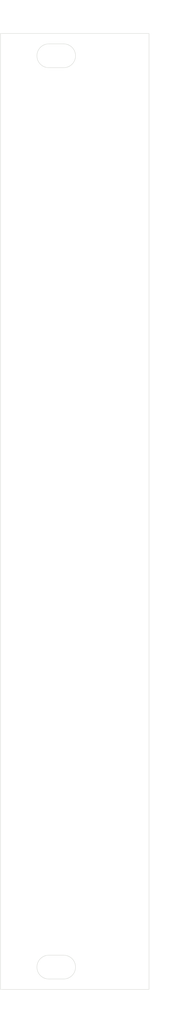
<source format=kicad_pcb>
(kicad_pcb (version 20171130) (host pcbnew "(5.1.10)-1")

  (general
    (thickness 1.6)
    (drawings 16)
    (tracks 0)
    (zones 0)
    (modules 0)
    (nets 1)
  )

  (page A4)
  (layers
    (0 F.Cu signal)
    (31 B.Cu signal)
    (32 B.Adhes user)
    (33 F.Adhes user)
    (34 B.Paste user)
    (35 F.Paste user)
    (36 B.SilkS user)
    (37 F.SilkS user)
    (38 B.Mask user)
    (39 F.Mask user)
    (40 Dwgs.User user)
    (41 Cmts.User user)
    (42 Eco1.User user)
    (43 Eco2.User user)
    (44 Edge.Cuts user)
    (45 Margin user)
    (46 B.CrtYd user)
    (47 F.CrtYd user)
    (48 B.Fab user)
    (49 F.Fab user hide)
  )

  (setup
    (last_trace_width 0.25)
    (trace_clearance 0.2)
    (zone_clearance 0.508)
    (zone_45_only no)
    (trace_min 0.2)
    (via_size 0.8)
    (via_drill 0.4)
    (via_min_size 0.4)
    (via_min_drill 0.3)
    (uvia_size 0.3)
    (uvia_drill 0.1)
    (uvias_allowed no)
    (uvia_min_size 0.2)
    (uvia_min_drill 0.1)
    (edge_width 0.05)
    (segment_width 0.2)
    (pcb_text_width 0.3)
    (pcb_text_size 1.5 1.5)
    (mod_edge_width 0.12)
    (mod_text_size 1 1)
    (mod_text_width 0.15)
    (pad_size 1.524 1.524)
    (pad_drill 0.762)
    (pad_to_mask_clearance 0)
    (aux_axis_origin 0 0)
    (visible_elements 7FFFFF7F)
    (pcbplotparams
      (layerselection 0x010fc_ffffffff)
      (usegerberextensions false)
      (usegerberattributes true)
      (usegerberadvancedattributes true)
      (creategerberjobfile true)
      (excludeedgelayer true)
      (linewidth 0.100000)
      (plotframeref false)
      (viasonmask false)
      (mode 1)
      (useauxorigin false)
      (hpglpennumber 1)
      (hpglpenspeed 20)
      (hpglpendiameter 15.000000)
      (psnegative false)
      (psa4output false)
      (plotreference true)
      (plotvalue true)
      (plotinvisibletext false)
      (padsonsilk false)
      (subtractmaskfromsilk false)
      (outputformat 1)
      (mirror false)
      (drillshape 1)
      (scaleselection 1)
      (outputdirectory ""))
  )

  (net 0 "")

  (net_class Default "This is the default net class."
    (clearance 0.2)
    (trace_width 0.25)
    (via_dia 0.8)
    (via_drill 0.4)
    (uvia_dia 0.3)
    (uvia_drill 0.1)
  )

  (dimension 7.5 (width 0.15) (layer Dwgs.User)
    (gr_text "7.500 mm" (at 101.75 167.8) (layer Dwgs.User)
      (effects (font (size 1 1) (thickness 0.15)))
    )
    (feature1 (pts (xy 98 162) (xy 98 167.086421)))
    (feature2 (pts (xy 105.5 162) (xy 105.5 167.086421)))
    (crossbar (pts (xy 105.5 166.5) (xy 98 166.5)))
    (arrow1a (pts (xy 98 166.5) (xy 99.126504 165.913579)))
    (arrow1b (pts (xy 98 166.5) (xy 99.126504 167.086421)))
    (arrow2a (pts (xy 105.5 166.5) (xy 104.373496 165.913579)))
    (arrow2b (pts (xy 105.5 166.5) (xy 104.373496 167.086421)))
  )
  (dimension 7.5 (width 0.15) (layer Dwgs.User)
    (gr_text "7.500 mm" (at 101.75 32.7) (layer Dwgs.User)
      (effects (font (size 1 1) (thickness 0.15)))
    )
    (feature1 (pts (xy 98 39.5) (xy 98 33.413579)))
    (feature2 (pts (xy 105.5 39.5) (xy 105.5 33.413579)))
    (crossbar (pts (xy 105.5 34) (xy 98 34)))
    (arrow1a (pts (xy 98 34) (xy 99.126504 33.413579)))
    (arrow1b (pts (xy 98 34) (xy 99.126504 34.586421)))
    (arrow2a (pts (xy 105.5 34) (xy 104.373496 33.413579)))
    (arrow2b (pts (xy 105.5 34) (xy 104.373496 34.586421)))
  )
  (gr_arc (start 104.5 162) (end 104.5 160.4) (angle -180) (layer Edge.Cuts) (width 0.05) (tstamp 616572F5))
  (gr_line (start 106.5 160.4) (end 104.5 160.4) (layer Edge.Cuts) (width 0.05) (tstamp 616572F4))
  (gr_line (start 104.5 163.6) (end 106.5 163.6) (layer Edge.Cuts) (width 0.05) (tstamp 616572F3))
  (gr_arc (start 106.5 162) (end 106.5 163.6) (angle -180) (layer Edge.Cuts) (width 0.05) (tstamp 616572D5))
  (gr_line (start 104.5 41.1) (end 106.5 41.1) (layer Edge.Cuts) (width 0.05) (tstamp 6165721F))
  (gr_arc (start 104.5 39.5) (end 104.5 37.9) (angle -180) (layer Edge.Cuts) (width 0.05))
  (gr_line (start 106.5 37.9) (end 104.5 37.9) (layer Edge.Cuts) (width 0.05))
  (gr_arc (start 106.5 39.5) (end 106.5 41.1) (angle -180) (layer Edge.Cuts) (width 0.05))
  (dimension 128.5 (width 0.15) (layer Dwgs.User)
    (gr_text "128.500 mm" (at 122.3 100.75 90) (layer Dwgs.User)
      (effects (font (size 1 1) (thickness 0.15)))
    )
    (feature1 (pts (xy 118 36.5) (xy 121.586421 36.5)))
    (feature2 (pts (xy 118 165) (xy 121.586421 165)))
    (crossbar (pts (xy 121 165) (xy 121 36.5)))
    (arrow1a (pts (xy 121 36.5) (xy 121.586421 37.626504)))
    (arrow1b (pts (xy 121 36.5) (xy 120.413579 37.626504)))
    (arrow2a (pts (xy 121 165) (xy 121.586421 163.873496)))
    (arrow2b (pts (xy 121 165) (xy 120.413579 163.873496)))
  )
  (dimension 20 (width 0.15) (layer Dwgs.User)
    (gr_text "20.000 mm" (at 108 170.3) (layer Dwgs.User) (tstamp 61657415)
      (effects (font (size 1 1) (thickness 0.15)))
    )
    (feature1 (pts (xy 118 165) (xy 118 169.586421)))
    (feature2 (pts (xy 98 165) (xy 98 169.586421)))
    (crossbar (pts (xy 98 169) (xy 118 169)))
    (arrow1a (pts (xy 118 169) (xy 116.873496 169.586421)))
    (arrow1b (pts (xy 118 169) (xy 116.873496 168.413579)))
    (arrow2a (pts (xy 98 169) (xy 99.126504 169.586421)))
    (arrow2b (pts (xy 98 169) (xy 99.126504 168.413579)))
  )
  (gr_line (start 98 36.5) (end 98 165) (layer Edge.Cuts) (width 0.05) (tstamp 61656D8B))
  (gr_line (start 118 36.5) (end 98 36.5) (layer Edge.Cuts) (width 0.05))
  (gr_line (start 118 165) (end 118 36.5) (layer Edge.Cuts) (width 0.05))
  (gr_line (start 98 165) (end 118 165) (layer Edge.Cuts) (width 0.05))

)

</source>
